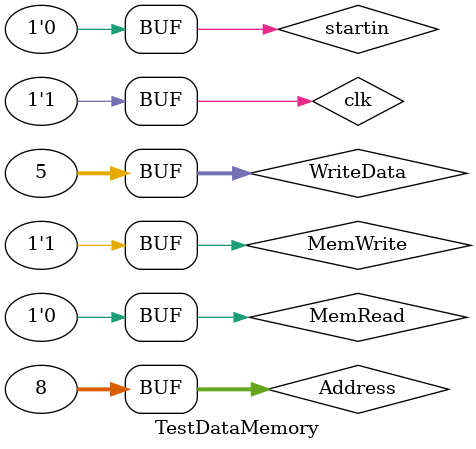
<source format=v>
`timescale 1ns / 1ps


module TestDataMemory;

	// Inputs
	reg [31:0] Address;
	reg [31:0] WriteData;
	reg MemWrite;
	reg MemRead;
	reg startin;
	reg clk;

	// Outputs
	wire [31:0] ReadData;

	// Instantiate the Unit Under Test (UUT)
	DataMemory uut (
		.Address(Address), 
		.WriteData(WriteData), 
		.MemWrite(MemWrite), 
		.MemRead(MemRead), 
		.ReadData(ReadData), 
		.startin(startin), 
		.clk(clk)
	);

	initial begin
		// Initialize Inputs
		Address = 0;
		WriteData = 0;
		MemWrite = 0;
		MemRead = 0;
		startin = 0;
		clk = 0;

		// Wait 100 ns for global reset to finish
		#100;
		MemRead = 1;
		MemWrite = 0;
		Address = 32'b1000;
		startin = 1;
		clk = 1;
		WriteData = 32'b101;
        #10;
		  startin = 0;
		  clk = 0;
		  #10;
		  clk =1;
		  #10;
		  clk = 0;
		  #10;
		  MemRead = 0;
		  MemWrite = 1;
		  clk = 1;
		  
		// Add stimulus here

	end
      
endmodule


</source>
